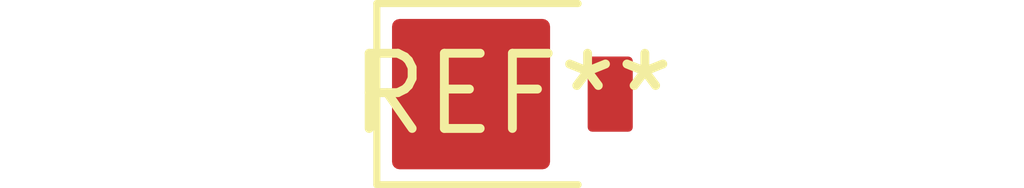
<source format=kicad_pcb>
(kicad_pcb (version 20240108) (generator pcbnew)
  (layers (0 "F.Cu" signal) (31 "B.Cu" signal) (34 "B.Paste" user) (35 "F.Paste" user) (36 "B.SilkS" user "B.Silkscreen") (37 "F.SilkS" user "F.Silkscreen") (38 "B.Mask" user) (39 "F.Mask" user) (44 "Edge.Cuts" user))
  (net 0 "")
  (footprint "D_SMP_DO-220AA" (layer "F.Cu") (at 0 0)
    (property "Reference" "REF**")
    (property "Value" "D_SMP_DO-220AA")
    (fp_line (start -2.29 -1.53) (end -2.29 1.53) (layer "F.SilkS") (stroke (width 0.12)))
    (fp_line (start -2.29 -1.53) (end 1.11 -1.53) (layer "F.SilkS") (stroke (width 0.12)))
    (fp_line (start -2.29 1.53) (end 1.11 1.53) (layer "F.SilkS") (stroke (width 0.12)))
    (pad "1" smd roundrect (at -0.6985 0) (size 2.67 2.54) (layers "F.Cu" "F.Paste" "F.Mask") (roundrect_rratio 0.05))
    (pad "2" smd roundrect (at 1.6525 0) (size 0.762 1.27) (layers "F.Cu" "F.Paste" "F.Mask") (roundrect_rratio 0.1))
  )
)
</source>
